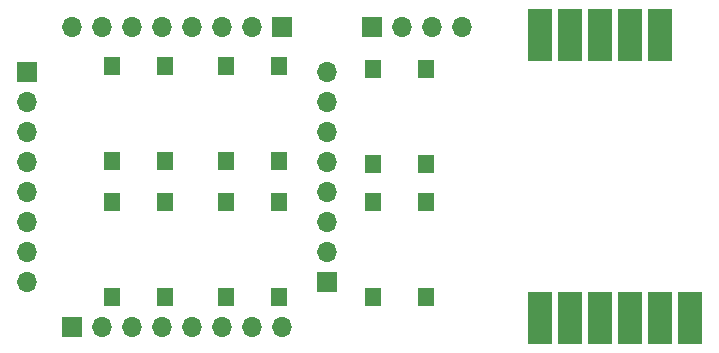
<source format=gbr>
%TF.GenerationSoftware,KiCad,Pcbnew,8.0.5*%
%TF.CreationDate,2025-01-17T14:10:45+05:30*%
%TF.ProjectId,VSD_FM_SHIELD,5653445f-464d-45f5-9348-49454c442e6b,rev?*%
%TF.SameCoordinates,Original*%
%TF.FileFunction,Soldermask,Top*%
%TF.FilePolarity,Negative*%
%FSLAX46Y46*%
G04 Gerber Fmt 4.6, Leading zero omitted, Abs format (unit mm)*
G04 Created by KiCad (PCBNEW 8.0.5) date 2025-01-17 14:10:45*
%MOMM*%
%LPD*%
G01*
G04 APERTURE LIST*
%ADD10R,1.400000X1.600000*%
%ADD11R,2.000000X4.500000*%
%ADD12R,1.700000X1.700000*%
%ADD13O,1.700000X1.700000*%
G04 APERTURE END LIST*
D10*
%TO.C,SW6*%
X107514000Y-93662000D03*
X107514000Y-85662000D03*
X112014000Y-93662000D03*
X112014000Y-85662000D03*
%TD*%
%TO.C,SW5*%
X119924000Y-93916000D03*
X119924000Y-85916000D03*
X124424000Y-93916000D03*
X124424000Y-85916000D03*
%TD*%
%TO.C,SW4*%
X97826000Y-105156000D03*
X97826000Y-97156000D03*
X102326000Y-105156000D03*
X102326000Y-97156000D03*
%TD*%
%TO.C,SW1*%
X107478000Y-105156000D03*
X107478000Y-97156000D03*
X111978000Y-105156000D03*
X111978000Y-97156000D03*
%TD*%
D11*
%TO.C,U2*%
X144268000Y-83016000D03*
X141728000Y-83016000D03*
X139188000Y-83016000D03*
X136648000Y-83016000D03*
X134108000Y-83016000D03*
X134108000Y-106976000D03*
X136648000Y-106976000D03*
X139188000Y-106976000D03*
X141728000Y-106976000D03*
X144268000Y-106976000D03*
X146808000Y-106976000D03*
%TD*%
D10*
%TO.C,SW3*%
X102326000Y-85662000D03*
X102326000Y-93662000D03*
X97826000Y-85662000D03*
X97826000Y-93662000D03*
%TD*%
%TO.C,SW2*%
X124424000Y-97156000D03*
X124424000Y-105156000D03*
X119924000Y-97156000D03*
X119924000Y-105156000D03*
%TD*%
D12*
%TO.C,U1*%
X94503000Y-107696000D03*
D13*
X97043000Y-107696000D03*
X99583000Y-107696000D03*
X102123000Y-107696000D03*
X104663000Y-107696000D03*
X107203000Y-107696000D03*
X109743000Y-107696000D03*
X112283000Y-107696000D03*
D12*
X116078000Y-103886000D03*
D13*
X116078000Y-101346000D03*
X116078000Y-98806000D03*
X116078000Y-96266000D03*
X116078000Y-93726000D03*
X116078000Y-91186000D03*
X116078000Y-88646000D03*
X116078000Y-86106000D03*
D12*
X112268000Y-82296000D03*
D13*
X109728000Y-82296000D03*
X107188000Y-82296000D03*
X104648000Y-82296000D03*
X102108000Y-82296000D03*
X99568000Y-82296000D03*
X97028000Y-82296000D03*
X94488000Y-82296000D03*
D12*
X90678000Y-86106000D03*
D13*
X90678000Y-88646000D03*
X90678000Y-91186000D03*
X90678000Y-93726000D03*
X90678000Y-96266000D03*
X90678000Y-98806000D03*
X90678000Y-101346000D03*
X90678000Y-103886000D03*
D12*
X119888000Y-82296000D03*
D13*
X122428000Y-82296000D03*
X124968000Y-82296000D03*
X127508000Y-82296000D03*
%TD*%
M02*

</source>
